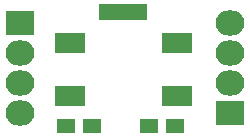
<source format=gbs>
G04 #@! TF.FileFunction,Soldermask,Bot*
%FSLAX46Y46*%
G04 Gerber Fmt 4.6, Leading zero omitted, Abs format (unit mm)*
G04 Created by KiCad (PCBNEW 4.1.0-alpha+201606061201+6885~45~ubuntu14.04.1-product) date Fri Jun 10 14:20:30 2016*
%MOMM*%
%LPD*%
G01*
G04 APERTURE LIST*
%ADD10C,0.100000*%
%ADD11R,2.432000X2.127200*%
%ADD12O,2.432000X2.127200*%
%ADD13R,2.500000X1.800000*%
%ADD14R,1.600000X1.300000*%
%ADD15R,1.400000X1.400000*%
G04 APERTURE END LIST*
D10*
D11*
X236220000Y-110490000D03*
D12*
X236220000Y-107950000D03*
X236220000Y-105410000D03*
X236220000Y-102870000D03*
D11*
X218440000Y-102870000D03*
D12*
X218440000Y-105410000D03*
X218440000Y-107950000D03*
X218440000Y-110490000D03*
D13*
X222625000Y-104595000D03*
X231725000Y-109095000D03*
X231725000Y-104595000D03*
X222625000Y-109095000D03*
D14*
X229365000Y-111605000D03*
X231565000Y-111605000D03*
X224535000Y-111585000D03*
X222335000Y-111585000D03*
D15*
X225785000Y-101915000D03*
X228485000Y-101915000D03*
X227135000Y-101915000D03*
M02*

</source>
